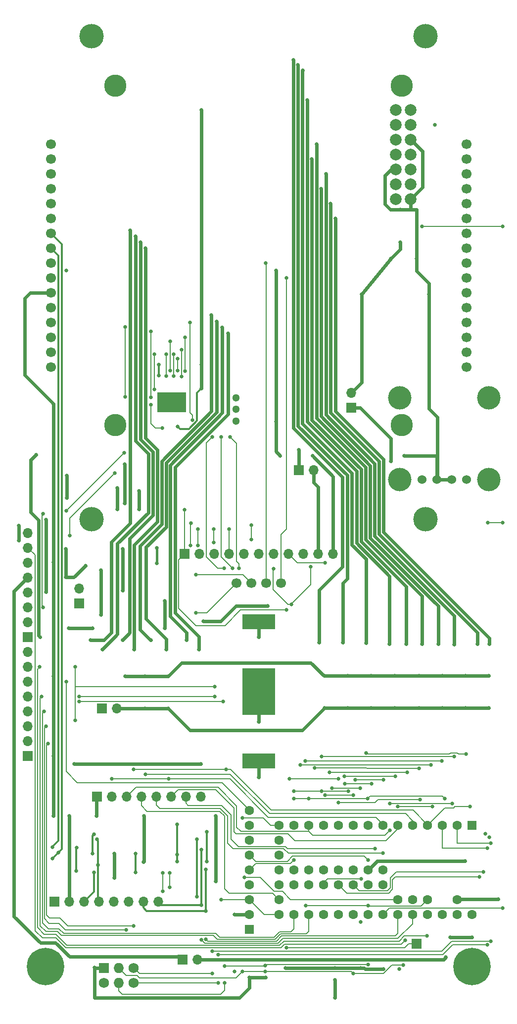
<source format=gbr>
G04 #@! TF.GenerationSoftware,KiCad,Pcbnew,(5.1.2-1)-1*
G04 #@! TF.CreationDate,2020-11-19T22:06:58-06:00*
G04 #@! TF.ProjectId,Core64 LB v0.4,436f7265-3634-4204-9c42-2076302e342e,0.3*
G04 #@! TF.SameCoordinates,Original*
G04 #@! TF.FileFunction,Copper,L2,Bot*
G04 #@! TF.FilePolarity,Positive*
%FSLAX46Y46*%
G04 Gerber Fmt 4.6, Leading zero omitted, Abs format (unit mm)*
G04 Created by KiCad (PCBNEW (5.1.2-1)-1) date 2020-11-19 22:06:58*
%MOMM*%
%LPD*%
G04 APERTURE LIST*
%ADD10C,1.727200*%
%ADD11R,1.727200X1.727200*%
%ADD12O,1.727200X1.727200*%
%ADD13O,1.700000X1.700000*%
%ADD14R,1.700000X1.700000*%
%ADD15C,4.175000*%
%ADD16C,1.600000*%
%ADD17R,1.600000X1.600000*%
%ADD18C,4.000000*%
%ADD19C,1.524000*%
%ADD20C,1.300000*%
%ADD21C,3.800000*%
%ADD22C,2.000000*%
%ADD23C,1.700000*%
%ADD24C,0.800000*%
%ADD25C,6.400000*%
%ADD26R,5.560000X2.600000*%
%ADD27R,5.560000X8.000000*%
%ADD28C,0.380000*%
%ADD29R,5.000000X3.400000*%
%ADD30C,0.650000*%
%ADD31C,0.635000*%
%ADD32C,0.600000*%
%ADD33C,0.200000*%
%ADD34C,0.300000*%
%ADD35C,0.400000*%
G04 APERTURE END LIST*
D10*
X-26480000Y-124290000D03*
D11*
X-26480000Y-121750000D03*
D12*
X-23940000Y-124290000D03*
X-23940000Y-121750000D03*
D10*
X-21400000Y-124290000D03*
X-21400000Y-121750000D03*
D13*
X-39500000Y-67720000D03*
X-39500000Y-70260000D03*
X-39500000Y-72800000D03*
X-39500000Y-75340000D03*
X-39500000Y-77880000D03*
X-39500000Y-80420000D03*
X-39500000Y-82960000D03*
D14*
X-39500000Y-85500000D03*
D13*
X-39500000Y-47400000D03*
X-39500000Y-49940000D03*
X-39500000Y-52480000D03*
X-39500000Y-55020000D03*
X-39500000Y-57560000D03*
X-39500000Y-60100000D03*
X-39500000Y-62640000D03*
D14*
X-39500000Y-65180000D03*
D15*
X28575000Y-45085000D03*
X-28575000Y-45085000D03*
X28575000Y37465000D03*
X-28575000Y37465000D03*
D16*
X-1590000Y-94840000D03*
X-1590000Y-97380000D03*
X-1590000Y-99920000D03*
X-1590000Y-102460000D03*
X-1590000Y-105000000D03*
X-1590000Y-107540000D03*
X-1590000Y-110080000D03*
X-1590000Y-112620000D03*
D17*
X-1590000Y-115160000D03*
D16*
X3490000Y-105000000D03*
X3490000Y-107540000D03*
X3490000Y-110080000D03*
X3490000Y-112620000D03*
X3490000Y-102460000D03*
X3490000Y-99920000D03*
X3490000Y-97380000D03*
X6030000Y-112620000D03*
X8570000Y-112620000D03*
X11110000Y-112620000D03*
X13650000Y-112620000D03*
X16190000Y-112620000D03*
X18730000Y-112620000D03*
X21270000Y-112620000D03*
X23810000Y-112620000D03*
X26350000Y-112620000D03*
X28890000Y-112620000D03*
X31430000Y-112620000D03*
X33970000Y-112620000D03*
X36510000Y-112620000D03*
X33970000Y-110080000D03*
X28890000Y-110080000D03*
X26350000Y-110080000D03*
X23810000Y-110080000D03*
X6030000Y-97380000D03*
X8570000Y-97380000D03*
X11110000Y-97380000D03*
X13650000Y-97380000D03*
X16190000Y-97380000D03*
X18730000Y-97380000D03*
X21270000Y-97380000D03*
X23810000Y-97380000D03*
X26350000Y-97380000D03*
X28890000Y-97380000D03*
X31430000Y-97380000D03*
X33970000Y-97380000D03*
D17*
X36510000Y-97380000D03*
D16*
X21270000Y-105000000D03*
X18730000Y-105000000D03*
X16190000Y-105000000D03*
X13650000Y-105000000D03*
X11110000Y-105000000D03*
X8570000Y-105000000D03*
X6030000Y-105000000D03*
X6030000Y-107540000D03*
X8570000Y-107540000D03*
X11110000Y-107540000D03*
X13650000Y-107540000D03*
X16190000Y-107540000D03*
X18730000Y-107540000D03*
X21270000Y-107540000D03*
D18*
X24180000Y-24315000D03*
X39420000Y-24315000D03*
X24180000Y-38285000D03*
X39420000Y-38285000D03*
D19*
X35610000Y-38285000D03*
X33070000Y-38285000D03*
X27990000Y-38285000D03*
X30530000Y-38285000D03*
D20*
X-3900000Y-24300000D03*
X-3900000Y-26300000D03*
X-3900000Y-28300000D03*
D21*
X24500000Y-29000000D03*
X-24500000Y-29000000D03*
X-24500000Y29000000D03*
X24500000Y29000000D03*
D22*
X26050800Y9654000D03*
X23510800Y9654000D03*
X26050800Y12194000D03*
X26050800Y14734000D03*
X26050800Y17274000D03*
X26050800Y19814000D03*
X26050800Y22354000D03*
X26050800Y24894000D03*
X23510800Y12194000D03*
X23510800Y14734000D03*
X23510800Y17274000D03*
X23510800Y19814000D03*
X23510800Y22354000D03*
X23510800Y24894000D03*
D23*
X-35560000Y-19050000D03*
X-35560000Y-16510000D03*
X-35560000Y-13970000D03*
X-35560000Y-11430000D03*
X-35560000Y-8890000D03*
X-35560000Y-6350000D03*
X-35560000Y-3810000D03*
X-35560000Y-1270000D03*
X-35560000Y1270000D03*
X-35560000Y3810000D03*
X-35560000Y6350000D03*
X-35560000Y8890000D03*
X-35560000Y11430000D03*
X-35560000Y13970000D03*
X-35560000Y16510000D03*
X-35560000Y19050000D03*
X35560000Y-19050000D03*
X35560000Y-16510000D03*
X35560000Y-13970000D03*
X35560000Y-11430000D03*
X35560000Y-8890000D03*
X35560000Y-6350000D03*
X35560000Y-3810000D03*
X35560000Y-1270000D03*
X35560000Y1270000D03*
X35560000Y3810000D03*
X35560000Y6350000D03*
X35560000Y8890000D03*
X35560000Y11430000D03*
X35560000Y13970000D03*
X35560000Y16510000D03*
X35560000Y19050000D03*
D14*
X26990000Y-117590000D03*
D13*
X-30750000Y-56910000D03*
D14*
X-30750000Y-59450000D03*
D13*
X9390000Y-36700000D03*
D14*
X6850000Y-36700000D03*
D13*
X15850000Y-23450000D03*
D14*
X15850000Y-25990000D03*
D13*
X-24260000Y-77400000D03*
D14*
X-26800000Y-77400000D03*
D13*
X-10510000Y-120350000D03*
D14*
X-13050000Y-120350000D03*
D13*
X-9900000Y-92490000D03*
X-12440000Y-92490000D03*
X-14980000Y-92490000D03*
X-17520000Y-92490000D03*
X-20060000Y-92490000D03*
X-22600000Y-92490000D03*
X-25140000Y-92490000D03*
D14*
X-27680000Y-92490000D03*
D13*
X12700000Y-51000000D03*
X10160000Y-51000000D03*
X7620000Y-51000000D03*
X5080000Y-51000000D03*
X2540000Y-51000000D03*
X0Y-51000000D03*
X-2540000Y-51000000D03*
X-5080000Y-51000000D03*
X-7620000Y-51000000D03*
X-10160000Y-51000000D03*
D14*
X-12700000Y-51000000D03*
D24*
X38197056Y-119802944D03*
X36500000Y-119100000D03*
X34802944Y-119802944D03*
X34100000Y-121500000D03*
X34802944Y-123197056D03*
X36500000Y-123900000D03*
X38197056Y-123197056D03*
X38900000Y-121500000D03*
D25*
X36500000Y-121500000D03*
D24*
X-34802944Y-119802944D03*
X-36500000Y-119100000D03*
X-38197056Y-119802944D03*
X-38900000Y-121500000D03*
X-38197056Y-123197056D03*
X-36500000Y-123900000D03*
X-34802944Y-123197056D03*
X-34100000Y-121500000D03*
D25*
X-36500000Y-121500000D03*
D26*
X0Y-62595000D03*
X0Y-86405000D03*
D27*
X0Y-74500000D03*
D28*
X-13350000Y-25850000D03*
X-14850000Y-25850000D03*
X-16350000Y-25850000D03*
X-13350000Y-24350000D03*
X-14850000Y-24350000D03*
X-16350000Y-24350000D03*
D29*
X-14850000Y-25100000D03*
D23*
X-3810000Y-56000000D03*
X-1270000Y-56000000D03*
X1270000Y-56000000D03*
X3810000Y-56000000D03*
D13*
X-17205000Y-110450000D03*
X-19745000Y-110450000D03*
X-22285000Y-110450000D03*
X-24825000Y-110450000D03*
X-27365000Y-110450000D03*
X-29905000Y-110450000D03*
X-32445000Y-110450000D03*
D14*
X-34985000Y-110450000D03*
D30*
X13050000Y-121800000D03*
X-24672500Y-106337500D03*
X-24685000Y-102250000D03*
X35350000Y-103500000D03*
X0Y-79700000D03*
X-9900000Y-86900000D03*
X-31550000Y-86900000D03*
X-24200000Y-39750000D03*
X-24200000Y-43400000D03*
X-26950000Y-53800000D03*
X-26950000Y-61400000D03*
X3700000Y-34200000D03*
X9250000Y-34250000D03*
X27000000Y-500000D03*
X24246800Y7850000D03*
X29150000Y-6650000D03*
X24950000Y-34250000D03*
X-4150000Y-112615000D03*
X1550000Y-59900000D03*
X13050000Y-123800000D03*
X13050000Y-126850000D03*
X4600000Y-121800000D03*
X17450000Y-121800000D03*
X17450000Y-113900000D03*
X21350000Y-121950000D03*
X24100000Y-121950000D03*
X2950000Y-28350000D03*
X2950000Y-2550000D03*
X-32900000Y-2550000D03*
X-4150000Y-122350000D03*
X-9500000Y-62500000D03*
X-10200000Y-67350000D03*
X-5250000Y-13300000D03*
X-18435000Y-65735000D03*
X-8100000Y-10200000D03*
X-12300000Y-65700000D03*
X-6200000Y-12300000D03*
X-15800000Y-67350000D03*
X-7150000Y-11300000D03*
X-28785000Y-65715000D03*
X-21950000Y4250000D03*
X-26750000Y-67350000D03*
X-21100000Y3250000D03*
X-23285000Y-65685000D03*
X-20250000Y2300000D03*
X-21285000Y-67350000D03*
X-19330000Y1270000D03*
X1150000Y-122400000D03*
X-2750000Y-122400000D03*
X4750000Y-3800000D03*
X16200000Y-122750000D03*
X24745000Y-121295000D03*
X1250000Y-1270000D03*
X18730000Y-121180000D03*
X1140691Y-121390691D03*
X-5800000Y-121400000D03*
X-5800000Y-124300000D03*
X-15435000Y-77400000D03*
X-19435000Y-77400000D03*
X19265000Y-77350000D03*
X15265000Y-77350000D03*
X23265000Y-77350000D03*
X11265000Y-77350000D03*
X27415000Y-77350000D03*
X35415000Y-77350000D03*
X31415000Y-77350000D03*
X39415000Y-77350000D03*
X23810000Y-94210000D03*
X29740000Y-94210000D03*
X18680000Y-92830000D03*
X8600000Y-92800000D03*
X18750000Y-103350000D03*
X6050000Y-92800000D03*
X31880000Y-92830000D03*
X5600000Y-59600000D03*
X2550000Y-53500000D03*
X8900000Y-53200000D03*
X11350000Y-92200000D03*
X16220000Y-92210000D03*
X13650000Y-89400000D03*
X13650000Y-93500000D03*
X27600000Y-93000000D03*
X5300000Y-89400000D03*
X-7660000Y-46740000D03*
X-7650000Y-49050000D03*
X10765000Y-91555000D03*
X15350000Y-91590000D03*
X6045000Y-91555000D03*
X-1250000Y-48550000D03*
X-1250000Y-46100000D03*
X17365000Y-91005000D03*
X12555000Y-91005000D03*
X14790000Y-90250000D03*
X19365000Y-90265000D03*
X21365000Y-89585000D03*
X16535000Y-89585000D03*
X23365000Y-89015000D03*
X14700000Y-89015000D03*
X39465000Y-66365000D03*
X13150000Y6350000D03*
X37465000Y-66415000D03*
X12300000Y8900000D03*
X30715000Y-66365000D03*
X10700000Y11400000D03*
X33450000Y-66450000D03*
X11520000Y13970000D03*
X25215000Y-66365000D03*
X9100000Y16500000D03*
X27965000Y-66385000D03*
X9900000Y19050000D03*
X-28185000Y-105450000D03*
D31*
X-35260000Y-103025000D03*
X-34285000Y-102050000D03*
D30*
X-21085000Y-105450000D03*
X-21085000Y-102250000D03*
X-31185000Y-105212500D03*
X-31147500Y-101212500D03*
X-35285000Y-101150000D03*
D31*
X-27485000Y-104150000D03*
X-27685000Y-99785000D03*
D30*
X38770000Y-98860000D03*
X37780000Y-106190000D03*
X39465000Y-99435000D03*
X38500000Y-105350000D03*
X33465000Y-85625000D03*
X10800000Y-85600000D03*
X10800000Y-85600000D03*
X35470000Y-85200000D03*
X18400000Y-85050000D03*
X17550000Y-106550000D03*
X25465000Y-88375000D03*
X12125000Y-88375000D03*
X27465000Y-87615000D03*
X9600000Y-87600000D03*
X29490000Y-87030000D03*
X7097576Y-87047576D03*
X31350000Y-86380000D03*
X8000000Y-86400000D03*
X-9800000Y-101500000D03*
X-9800000Y-111000000D03*
X-9800000Y-116950000D03*
X-38100000Y-34050000D03*
X-37400000Y-65200000D03*
X-9000000Y-112000000D03*
X-9000000Y-104900000D03*
X-9000000Y-116900000D03*
X-15200000Y-105550000D03*
X-15200000Y-107950000D03*
X-16400000Y-105550000D03*
X-16400000Y-105550000D03*
X-16400000Y-105550000D03*
X-16400000Y-108650000D03*
X18750000Y-111150000D03*
X8050000Y-111150000D03*
X-5090000Y-46740000D03*
X-37150000Y-75350000D03*
X-30750000Y-75350000D03*
X-7500000Y-75350000D03*
X4800000Y-118300000D03*
X-32850000Y-37650000D03*
X-32850000Y-41450000D03*
X-10720000Y-54570000D03*
X-10740000Y-61040000D03*
X-36400000Y-57550000D03*
X-36400000Y-45150000D03*
X-22950000Y-42350000D03*
X-22950000Y-35700000D03*
X-28385000Y-102250000D03*
X-28147500Y-98887500D03*
X-10520000Y-99780000D03*
X-10520000Y-109620000D03*
X-8890000Y-103590000D03*
X-8890000Y-98510000D03*
X-13960000Y-97240000D03*
X-13960000Y-103540000D03*
X-13960000Y-102360000D03*
X36500000Y-116500000D03*
X32060000Y-119940000D03*
X32800000Y-116550000D03*
X-33000000Y-55000000D03*
X-33000000Y-50150000D03*
X-20500000Y-43400000D03*
X-20500000Y-40250000D03*
X-29600000Y-53000000D03*
X24200000Y2250000D03*
X22650000Y-500000D03*
X17600000Y-6650000D03*
X30200000Y22350000D03*
X6850000Y-33200000D03*
X22600000Y-35200000D03*
X41010000Y-110000000D03*
X-41000000Y-48750000D03*
X-41000000Y-48750000D03*
X-41000000Y-46150000D03*
X-15485000Y-71900000D03*
X-19485000Y-71900000D03*
X19265000Y-71850000D03*
X15265000Y-71850000D03*
X23265000Y-71850000D03*
X11265000Y-71850000D03*
X27415000Y-71850000D03*
X31415000Y-71850000D03*
X35415000Y-71850000D03*
X39415000Y-71850000D03*
X-19697500Y-103662500D03*
X-19600000Y-95800000D03*
X-7310000Y-95800000D03*
X-7310000Y-106990000D03*
X-1600000Y-123400000D03*
X-28125000Y-121725000D03*
X1200000Y-123400000D03*
X-32445000Y-95805000D03*
X-27750000Y-95800000D03*
X-35100000Y-95800000D03*
X-35100000Y-85500000D03*
X-35100000Y-71900000D03*
X-22850000Y-71900000D03*
X-35100000Y-52450000D03*
X-32500000Y-63700000D03*
X-28450000Y-63700000D03*
X-35100000Y-25400000D03*
X-13875000Y-29225000D03*
X-17100000Y-18650000D03*
X-9800000Y-18650000D03*
X-9800000Y-22750000D03*
X-17100000Y-20550000D03*
X-9800000Y24900000D03*
X-16100000Y-63700000D03*
X-16090000Y-59080000D03*
X-23300000Y-50150000D03*
X-23300000Y-57300000D03*
X-17400000Y-52600000D03*
X-17400000Y-50000000D03*
X0Y-89200000D03*
X0Y-65250000D03*
X-13900000Y-19700000D03*
X-13900000Y-17600000D03*
X-13200000Y-20650000D03*
X-13200000Y-16100000D03*
X-12550000Y-19750000D03*
X-12550000Y-13970000D03*
X-11750000Y-11450000D03*
X-11350000Y-28100000D03*
X-14550000Y-20600000D03*
X-14550000Y-16850000D03*
X-15150000Y-14650000D03*
X-15150000Y-19700000D03*
X-18450000Y-24200000D03*
X-18450000Y-12950000D03*
X-22800000Y-24150000D03*
X-22800000Y-12250000D03*
X10380000Y-66130000D03*
X5950000Y33450000D03*
X14400000Y-66130000D03*
X6750000Y32600000D03*
X18365000Y-66265000D03*
X7550000Y31600000D03*
X22365000Y-66365000D03*
X8300000Y26550000D03*
X-36700000Y-77900000D03*
X-36700000Y-77900000D03*
X-30750000Y-76250000D03*
X-30750000Y-76250000D03*
X-4850000Y-31000000D03*
X-3350000Y-53450000D03*
X-6050000Y-76250000D03*
X39140000Y-101310000D03*
X39140000Y-117800000D03*
X-36350000Y-80450000D03*
X-4475000Y-53425000D03*
X-16450000Y-29450000D03*
X-18400000Y-25500000D03*
X-6400000Y-31050000D03*
X-6900000Y-119500000D03*
X-6900000Y-124300000D03*
X-22650000Y-115250000D03*
X39730000Y-117200000D03*
X39720000Y-100470000D03*
X-21400000Y-114550000D03*
X-36050000Y-83450000D03*
X-5900000Y-53450000D03*
X-7950000Y-31000000D03*
X-7900000Y-122750000D03*
X-7900000Y-118900000D03*
X-2800000Y-96120000D03*
X-10350000Y-46750000D03*
X-10350000Y-49550000D03*
X6050000Y-103300000D03*
X6050000Y-103300000D03*
X4800000Y-60600000D03*
X4800000Y-60600000D03*
X-12700000Y-43450000D03*
X-11600000Y-45750000D03*
X-6400000Y-110080000D03*
X-11625000Y-49575000D03*
X-2450000Y-106250000D03*
X-32950000Y-72800000D03*
X11400000Y-52550000D03*
X-21400000Y-87850000D03*
X36200000Y-94210000D03*
X-5550000Y-87850000D03*
X28850000Y-116300000D03*
X-37450000Y-70300000D03*
X-31400000Y-70300000D03*
X-31400000Y-79450000D03*
X-7500000Y-73700000D03*
X28000000Y4950000D03*
X39200000Y-45700000D03*
X41800000Y-45700000D03*
X41790000Y4950000D03*
X41790000Y-111540000D03*
X-15825000Y-20575000D03*
X-17850000Y-22900000D03*
X-17850000Y-16850000D03*
X-15800000Y-16850000D03*
X25100649Y-116999351D03*
X-32350000Y-47900000D03*
X-24650000Y-37200000D03*
X21270000Y-102170000D03*
X22450000Y-98250000D03*
X22450000Y-93650000D03*
X33100000Y-93650000D03*
X-15400000Y-89450000D03*
X-25100000Y-89450000D03*
X19950000Y-101350000D03*
X-36850000Y-60100000D03*
X-36850000Y-44150000D03*
X-23000000Y-33700000D03*
X-32950000Y-43650000D03*
X-19400000Y-88650000D03*
D32*
X-24672500Y-103762500D02*
X-24672500Y-106337500D01*
X-24678443Y-103756557D02*
X-24672500Y-103762500D01*
X-24678443Y-102256557D02*
X-24678443Y-103756557D01*
X-24685000Y-102250000D02*
X-24678443Y-102256557D01*
X3490000Y-105000000D02*
X3750000Y-105000000D01*
X18730000Y-105000000D02*
X18800000Y-105000000D01*
X18800000Y-105000000D02*
X20300000Y-103500000D01*
X20300000Y-103500000D02*
X35350000Y-103500000D01*
X0Y-74500000D02*
X0Y-79700000D01*
X-9900000Y-86900000D02*
X-31550000Y-86900000D01*
X30530000Y-38285000D02*
X33070000Y-38285000D01*
X-24200000Y-39750000D02*
X-24200000Y-43400000D01*
X-26950000Y-53800000D02*
X-26950000Y-61400000D01*
X12700000Y-37800000D02*
X12700000Y-51000000D01*
X9250000Y-34250000D02*
X12700000Y-37800000D01*
X33070000Y-38285000D02*
X33150000Y-38205000D01*
X26086800Y19850000D02*
X26050800Y19814000D01*
X26050800Y19814000D02*
X26050800Y19799200D01*
X26050800Y19799200D02*
X28050000Y17800000D01*
X28050000Y11653200D02*
X26050800Y9654000D01*
X28050000Y17800000D02*
X28050000Y11653200D01*
X23510800Y14734000D02*
X22684000Y14734000D01*
X22684000Y14734000D02*
X21600000Y13650000D01*
X21600000Y13650000D02*
X21600000Y8800000D01*
X21600000Y8800000D02*
X22550000Y7850000D01*
X22550000Y7850000D02*
X24246800Y7850000D01*
X27000000Y7850000D02*
X24246800Y7850000D01*
X27000000Y-500000D02*
X27000000Y7850000D01*
X26050800Y7850000D02*
X26050800Y9654000D01*
X24246800Y7850000D02*
X26050800Y7850000D01*
X27000000Y-2650000D02*
X27000000Y-500000D01*
X29150000Y-26200000D02*
X29150000Y-4800000D01*
X30550000Y-27600000D02*
X29150000Y-26200000D01*
X30550000Y-38265000D02*
X30550000Y-27600000D01*
X29150000Y-4800000D02*
X27000000Y-2650000D01*
X30530000Y-38285000D02*
X30550000Y-38265000D01*
X30530000Y-34320000D02*
X30530000Y-38285000D01*
X30460000Y-34250000D02*
X30530000Y-34320000D01*
X24950000Y-34250000D02*
X30460000Y-34250000D01*
X-1595000Y-112615000D02*
X-1590000Y-112620000D01*
X-4150000Y-112615000D02*
X-1595000Y-112615000D01*
X13050000Y-123800000D02*
X13050000Y-126850000D01*
X13050000Y-121800000D02*
X4600000Y-121800000D01*
X13050000Y-121800000D02*
X17450000Y-121800000D01*
X17450000Y-121800000D02*
X18050000Y-121800000D01*
X18050000Y-121800000D02*
X18200000Y-121950000D01*
X18200000Y-121950000D02*
X21350000Y-121950000D01*
X21350000Y-121950000D02*
X21350000Y-121950000D01*
X2950000Y-28350000D02*
X2950000Y-2550000D01*
X2950000Y-33450000D02*
X2950000Y-28350000D01*
X3700000Y-34200000D02*
X2950000Y-33450000D01*
X-6500000Y-62500000D02*
X-9500000Y-62500000D01*
X-3900000Y-59900000D02*
X-6500000Y-62500000D01*
X1550000Y-59900000D02*
X-3900000Y-59900000D01*
X-10200000Y-65150000D02*
X-10200000Y-67350000D01*
X-5250000Y-27100000D02*
X-14300000Y-36150000D01*
X-14300000Y-61050000D02*
X-10200000Y-65150000D01*
X-14300000Y-36150000D02*
X-14300000Y-61050000D01*
X-5250000Y-13300000D02*
X-5250000Y-27100000D01*
X-16600000Y-45950000D02*
X-20300000Y-49650000D01*
X-16600000Y-35150000D02*
X-16600000Y-45950000D01*
X-8100000Y-26650000D02*
X-16600000Y-35150000D01*
X-8100000Y-10200000D02*
X-8100000Y-26650000D01*
X-18515000Y-65735000D02*
X-18435000Y-65735000D01*
X-20300000Y-63950000D02*
X-18515000Y-65735000D01*
X-20300000Y-49650000D02*
X-20300000Y-63950000D01*
X-6200000Y-26900000D02*
X-6200000Y-12300000D01*
X-15100000Y-35800000D02*
X-6200000Y-26900000D01*
X-12300000Y-64450000D02*
X-15100000Y-61650000D01*
X-15100000Y-61650000D02*
X-15100000Y-35800000D01*
X-12300000Y-65700000D02*
X-12300000Y-64450000D01*
X-7150000Y-26750000D02*
X-15850000Y-35450000D01*
X-15850000Y-35450000D02*
X-15850000Y-46400000D01*
X-7150000Y-11300000D02*
X-7150000Y-26750000D01*
X-15800000Y-65550000D02*
X-15800000Y-67350000D01*
X-19300000Y-62050000D02*
X-15800000Y-65550000D01*
X-19300000Y-49850000D02*
X-19300000Y-62050000D01*
X-15850000Y-46400000D02*
X-19300000Y-49850000D01*
X-21950000Y-31900000D02*
X-21950000Y4250000D01*
X-25200000Y-49000000D02*
X-21950000Y-45750000D01*
X-26465000Y-65715000D02*
X-25200000Y-64450000D01*
X-25200000Y-64450000D02*
X-25200000Y-49000000D01*
X-21950000Y-45750000D02*
X-21950000Y-31900000D01*
X-28785000Y-65715000D02*
X-26465000Y-65715000D01*
X-21100000Y-31650000D02*
X-21100000Y3250000D01*
X-18850000Y-33900000D02*
X-21100000Y-31650000D01*
X-18850000Y-43950000D02*
X-18850000Y-33900000D01*
X-24150000Y-49250000D02*
X-18850000Y-43950000D01*
X-24150000Y-64750000D02*
X-24150000Y-49250000D01*
X-26750000Y-67350000D02*
X-24150000Y-64750000D01*
X-22050000Y-64450000D02*
X-23285000Y-65685000D01*
X-18100000Y-44400000D02*
X-22050000Y-48350000D01*
X-22050000Y-48350000D02*
X-22050000Y-64450000D01*
X-18100000Y-33550000D02*
X-18100000Y-44400000D01*
X-20250000Y-31400000D02*
X-18100000Y-33550000D01*
X-20250000Y2300000D02*
X-20250000Y-31400000D01*
X-21285000Y-49435000D02*
X-21285000Y-67350000D01*
X-17350000Y-45500000D02*
X-21285000Y-49435000D01*
X-17350000Y-33200000D02*
X-17350000Y-45500000D01*
X-19350000Y-31200000D02*
X-17350000Y-33200000D01*
X-19330000Y1270000D02*
X-19350000Y-31200000D01*
D33*
X1150000Y-122400000D02*
X-2750000Y-122400000D01*
X-22640000Y-123050000D02*
X-23940000Y-121750000D01*
X-20800000Y-123050000D02*
X-22640000Y-123050000D01*
X-20350000Y-123500000D02*
X-20800000Y-123050000D01*
X-3850000Y-123500000D02*
X-20350000Y-123500000D01*
X-2750000Y-122400000D02*
X-3850000Y-123500000D01*
X4750000Y-46750000D02*
X4750000Y-3800000D01*
X3810000Y-47690000D02*
X4750000Y-46750000D01*
X3810000Y-56000000D02*
X3810000Y-47690000D01*
X15850000Y-122400000D02*
X16200000Y-122750000D01*
X1150000Y-122400000D02*
X15850000Y-122400000D01*
X21350000Y-122750000D02*
X16200000Y-122750000D01*
X22805000Y-121295000D02*
X21350000Y-122750000D01*
X24745000Y-121295000D02*
X22805000Y-121295000D01*
X18725000Y-112625000D02*
X18730000Y-112620000D01*
X1270000Y-1290000D02*
X1270000Y-56000000D01*
X1250000Y-1270000D02*
X1270000Y-1290000D01*
X1351382Y-121180000D02*
X18730000Y-121180000D01*
X1140691Y-121390691D02*
X1351382Y-121180000D01*
X1131382Y-121400000D02*
X1140691Y-121390691D01*
X-5800000Y-121400000D02*
X1131382Y-121400000D01*
X-23940000Y-125660000D02*
X-23940000Y-124290000D01*
X-23350000Y-126250000D02*
X-23940000Y-125660000D01*
X-5800000Y-125550000D02*
X-6500000Y-126250000D01*
X-6500000Y-126250000D02*
X-23350000Y-126250000D01*
X-5800000Y-124300000D02*
X-5800000Y-125550000D01*
D32*
X11265000Y-77350000D02*
X23265000Y-77350000D01*
X27415000Y-77350000D02*
X39415000Y-77350000D01*
X23265000Y-77350000D02*
X27415000Y-77350000D01*
X-22850000Y-77400000D02*
X-22850000Y-77400000D01*
X-11735000Y-81100000D02*
X-15435000Y-77400000D01*
X7515000Y-81100000D02*
X-11735000Y-81100000D01*
X11265000Y-77350000D02*
X7515000Y-81100000D01*
X-24260000Y-77400000D02*
X-15435000Y-77400000D01*
D33*
X-13790000Y-91300000D02*
X-14980000Y-92490000D01*
X-7350000Y-91300000D02*
X-13790000Y-91300000D01*
X-4250000Y-94400000D02*
X-7350000Y-91300000D01*
X-4250000Y-98500000D02*
X-4250000Y-94400000D01*
X-3900000Y-98850000D02*
X-4250000Y-98500000D01*
X5000000Y-98850000D02*
X-3900000Y-98850000D01*
X6200000Y-100050000D02*
X5000000Y-98850000D01*
X21750000Y-100050000D02*
X6200000Y-100050000D01*
X23810000Y-97990000D02*
X21750000Y-100050000D01*
X23810000Y-97380000D02*
X23810000Y-97990000D01*
X23810000Y-94210000D02*
X29740000Y-94210000D01*
X18190000Y-92830000D02*
X18680000Y-92830000D01*
X8600000Y-92800000D02*
X18190000Y-92830000D01*
X-500000Y-103550000D02*
X-1590000Y-102460000D01*
X4900000Y-103550000D02*
X-500000Y-103550000D01*
X18050000Y-102650000D02*
X5800000Y-102650000D01*
X5800000Y-102650000D02*
X4900000Y-103550000D01*
X18750000Y-103350000D02*
X18050000Y-102650000D01*
X5950000Y-92800000D02*
X6050000Y-92800000D01*
X8600000Y-92800000D02*
X6050000Y-92800000D01*
X31880000Y-92830000D02*
X31880000Y-92830000D01*
X31450000Y-92400000D02*
X31880000Y-92830000D01*
X19110000Y-92400000D02*
X31450000Y-92400000D01*
X18680000Y-92830000D02*
X19110000Y-92400000D01*
X5600000Y-59600000D02*
X5000000Y-59600000D01*
X5000000Y-59600000D02*
X2500000Y-57100000D01*
X2500000Y-53500000D02*
X2550000Y-53500000D01*
X2500000Y-57100000D02*
X2500000Y-53500000D01*
X8900000Y-56250000D02*
X5600000Y-59550000D01*
X8900000Y-53200000D02*
X8900000Y-56250000D01*
X5600000Y-59550000D02*
X5600000Y-59600000D01*
X16220000Y-92210000D02*
X11350000Y-92200000D01*
X19950000Y-93500000D02*
X13650000Y-93500000D01*
X20450000Y-93000000D02*
X19950000Y-93500000D01*
X27600000Y-93000000D02*
X20450000Y-93000000D01*
X13650000Y-89400000D02*
X5300000Y-89400000D01*
X-7650000Y-46750000D02*
X-7660000Y-46740000D01*
X-7650000Y-49050000D02*
X-7650000Y-46750000D01*
X15350000Y-91590000D02*
X10765000Y-91555000D01*
X10765000Y-91555000D02*
X6045000Y-91555000D01*
X-1250000Y-46100000D02*
X-1250000Y-48550000D01*
X17365000Y-91005000D02*
X12555000Y-91005000D01*
X19365000Y-90265000D02*
X14790000Y-90250000D01*
X21365000Y-89585000D02*
X16535000Y-89585000D01*
X23365000Y-89015000D02*
X14700000Y-89015000D01*
D32*
X39465000Y-65365000D02*
X39465000Y-66365000D01*
X21350000Y-47250000D02*
X39465000Y-65365000D01*
X13150000Y-26650000D02*
X21350000Y-34850000D01*
X21350000Y-34850000D02*
X21350000Y-47250000D01*
X13150000Y6350000D02*
X13150000Y-26650000D01*
X37465000Y-64465000D02*
X37465000Y-66415000D01*
X20600000Y-47600000D02*
X37465000Y-64465000D01*
X20600000Y-35200000D02*
X20600000Y-47600000D01*
X12300000Y-26900000D02*
X20600000Y-35200000D01*
X12300000Y8900000D02*
X12300000Y-26900000D01*
X30715000Y-59865000D02*
X30715000Y-66365000D01*
X19100000Y-48250000D02*
X30715000Y-59865000D01*
X10700000Y-27500000D02*
X19100000Y-35900000D01*
X10700000Y11400000D02*
X10700000Y-27500000D01*
X19100000Y-35900000D02*
X19100000Y-48250000D01*
X11500000Y-27200000D02*
X11500000Y5750000D01*
X19850000Y-35550000D02*
X11500000Y-27200000D01*
X19850000Y-47950000D02*
X19850000Y-35550000D01*
X33450000Y-61550000D02*
X19850000Y-47950000D01*
X33450000Y-66450000D02*
X33450000Y-61550000D01*
X11500000Y13950000D02*
X11500000Y5800000D01*
X11520000Y13970000D02*
X11500000Y13950000D01*
X25215000Y-56565000D02*
X25215000Y-66365000D01*
X17550000Y-48900000D02*
X25215000Y-56565000D01*
X17550000Y-36550000D02*
X17550000Y-48900000D01*
X9100000Y-28100000D02*
X17550000Y-36550000D01*
X9100000Y16500000D02*
X9100000Y-28100000D01*
X27965000Y-58215000D02*
X27965000Y-66385000D01*
X18300000Y-48550000D02*
X27965000Y-58215000D01*
X18300000Y-36200000D02*
X18300000Y-48550000D01*
X9900000Y-27800000D02*
X18300000Y-36200000D01*
X9900000Y19050000D02*
X9900000Y-27800000D01*
D34*
X-28185000Y-108730000D02*
X-29905000Y-110450000D01*
X-28185000Y-105450000D02*
X-28185000Y-108730000D01*
X-33705989Y1955989D02*
X-35560000Y3810000D01*
X-35260000Y-103025000D02*
X-33705989Y-101470989D01*
X-33705989Y-101470989D02*
X-33705989Y1955989D01*
X-21085000Y-105450000D02*
X-21085000Y-102250000D01*
X-31185000Y-101250000D02*
X-31185000Y-105212500D01*
X-31147500Y-101212500D02*
X-31185000Y-101250000D01*
X-34282999Y-7001D02*
X-35560000Y1270000D01*
X-34282999Y-99997999D02*
X-34282999Y-7001D01*
X-35285000Y-101000000D02*
X-34282999Y-99997999D01*
X-35285000Y-101150000D02*
X-35285000Y-101000000D01*
X-27485000Y-104150000D02*
X-27485000Y-104163167D01*
X-27485000Y-99985000D02*
X-27685000Y-99785000D01*
X-27485000Y-104150000D02*
X-27485000Y-99985000D01*
X-27500000Y-110315000D02*
X-27365000Y-110450000D01*
X-27500000Y-104165000D02*
X-27500000Y-110315000D01*
X-27485000Y-104150000D02*
X-27500000Y-104165000D01*
D33*
X38770000Y-99090000D02*
X38770000Y-98860000D01*
X15060000Y-108950000D02*
X13650000Y-107540000D01*
X22900000Y-108350000D02*
X22300000Y-108950000D01*
X37780000Y-106190000D02*
X23410000Y-106190000D01*
X22900000Y-106700000D02*
X22900000Y-108350000D01*
X22300000Y-108950000D02*
X15060000Y-108950000D01*
X23410000Y-106190000D02*
X22900000Y-106700000D01*
X39465000Y-99445000D02*
X39465000Y-99435000D01*
X35350000Y-105350000D02*
X38500000Y-105350000D01*
X23550000Y-105350000D02*
X35350000Y-105350000D01*
X22550000Y-106350000D02*
X23550000Y-105350000D01*
X22550000Y-108100000D02*
X22550000Y-106350000D01*
X22050000Y-108600000D02*
X22550000Y-108100000D01*
X17250000Y-108600000D02*
X22050000Y-108600000D01*
X16190000Y-107540000D02*
X17250000Y-108600000D01*
X33465000Y-85625000D02*
X10825000Y-85625000D01*
X10825000Y-85625000D02*
X10800000Y-85600000D01*
X35470000Y-85200000D02*
X34200000Y-85200000D01*
X34200000Y-85200000D02*
X34000000Y-85000000D01*
X34000000Y-85000000D02*
X32850000Y-85000000D01*
X32850000Y-85000000D02*
X32650000Y-85200000D01*
X18550000Y-85200000D02*
X18400000Y-85050000D01*
X32650000Y-85200000D02*
X18550000Y-85200000D01*
X11110000Y-107140000D02*
X11110000Y-107540000D01*
X11750000Y-106500000D02*
X11110000Y-107140000D01*
X17500000Y-106500000D02*
X11750000Y-106500000D01*
X17550000Y-106550000D02*
X17500000Y-106500000D01*
X25465000Y-88375000D02*
X12125000Y-88375000D01*
X27465000Y-87615000D02*
X9600000Y-87600000D01*
X29490000Y-87030000D02*
X7100000Y-87030000D01*
X6030000Y-107440000D02*
X6030000Y-107170000D01*
X8020000Y-86380000D02*
X8000000Y-86400000D01*
X31350000Y-86380000D02*
X8020000Y-86380000D01*
D34*
X-9800000Y-101500000D02*
X-9800000Y-111000000D01*
D33*
X-9200000Y-117550000D02*
X-9800000Y-116950000D01*
X3300000Y-117550000D02*
X-9200000Y-117550000D01*
X26350000Y-112620000D02*
X26350000Y-114200000D01*
X26350000Y-114200000D02*
X23850000Y-116700000D01*
X23850000Y-116700000D02*
X4150000Y-116700000D01*
X4150000Y-116700000D02*
X3300000Y-117550000D01*
X-9800000Y-116950000D02*
X-9800000Y-116950000D01*
D34*
X-16655000Y-111000000D02*
X-17205000Y-110450000D01*
X-9800000Y-111000000D02*
X-16655000Y-111000000D01*
D32*
X-37650000Y-45250000D02*
X-37650000Y-64950000D01*
X-39000000Y-43900000D02*
X-37650000Y-45250000D01*
X-39000000Y-34950000D02*
X-39000000Y-43900000D01*
X-37650000Y-64950000D02*
X-37400000Y-65200000D01*
X-38100000Y-34050000D02*
X-39000000Y-34950000D01*
D34*
X-19745000Y-110450000D02*
X-19745000Y-111455000D01*
X-19745000Y-111455000D02*
X-19200000Y-112000000D01*
X-19200000Y-112000000D02*
X-9000000Y-112000000D01*
X-9000000Y-112000000D02*
X-9000000Y-104900000D01*
D33*
X3950000Y-116300000D02*
X3050000Y-117200000D01*
X23400000Y-116300000D02*
X3950000Y-116300000D01*
X3050000Y-117200000D02*
X-8700000Y-117200000D01*
X23810000Y-115890000D02*
X23400000Y-116300000D01*
X-8700000Y-117200000D02*
X-9000000Y-116900000D01*
X23810000Y-112620000D02*
X23810000Y-115890000D01*
X-9000000Y-116900000D02*
X-9000000Y-116900000D01*
X-15200000Y-105550000D02*
X-15200000Y-107950000D01*
X-16400000Y-105550000D02*
X-16400000Y-108650000D01*
X27770000Y-111200000D02*
X28890000Y-110080000D01*
X18800000Y-111200000D02*
X27770000Y-111200000D01*
X18750000Y-111150000D02*
X18800000Y-111200000D01*
X18650000Y-111150000D02*
X18750000Y-111050000D01*
X8050000Y-111150000D02*
X18650000Y-111150000D01*
X18750000Y-111050000D02*
X18750000Y-111150000D01*
X-5090000Y-50990000D02*
X-5080000Y-51000000D01*
X-5090000Y-46740000D02*
X-5090000Y-50990000D01*
X-37150000Y-75350000D02*
X-37150000Y-75350000D01*
X-37375000Y-75575000D02*
X-37150000Y-75350000D01*
X-37375000Y-114575000D02*
X-37375000Y-75575000D01*
X-36400000Y-115550000D02*
X-37375000Y-114575000D01*
X-34450000Y-115550000D02*
X-36400000Y-115550000D01*
X-33800000Y-116200000D02*
X-34450000Y-115550000D01*
X-7750000Y-116200000D02*
X-33800000Y-116200000D01*
X-7100000Y-116850000D02*
X-7750000Y-116200000D01*
X2850000Y-116850000D02*
X-7100000Y-116850000D01*
X8570000Y-112620000D02*
X8570000Y-115530000D01*
X3750000Y-115950000D02*
X2850000Y-116850000D01*
X8150000Y-115950000D02*
X3750000Y-115950000D01*
X8570000Y-115530000D02*
X8150000Y-115950000D01*
X-30750000Y-75350000D02*
X-7500000Y-75350000D01*
X25710000Y-117590000D02*
X26990000Y-117590000D01*
X25000000Y-118300000D02*
X25710000Y-117590000D01*
X4800000Y-118300000D02*
X25000000Y-118300000D01*
D32*
X-32850000Y-37650000D02*
X-32850000Y-41450000D01*
D33*
X-2700000Y-54570000D02*
X-1270000Y-56000000D01*
X-10720000Y-54570000D02*
X-2700000Y-54570000D01*
X-8850000Y-61040000D02*
X-3810000Y-56000000D01*
X-10740000Y-61040000D02*
X-8850000Y-61040000D01*
D32*
X-36400000Y-57550000D02*
X-36400000Y-45150000D01*
X-22950000Y-42350000D02*
X-22950000Y-35700000D01*
D34*
X-28412500Y-102222500D02*
X-28385000Y-102250000D01*
X-28412500Y-99152500D02*
X-28412500Y-102222500D01*
X-28147500Y-98887500D02*
X-28412500Y-99152500D01*
X-10520000Y-99780000D02*
X-10520000Y-109620000D01*
X-8890000Y-103590000D02*
X-8890000Y-98510000D01*
X-13960000Y-97240000D02*
X-13960000Y-102360000D01*
X-13960000Y-102360000D02*
X-13960000Y-103540000D01*
D32*
X36500000Y-112530000D02*
X36510000Y-112520000D01*
X32850000Y-116500000D02*
X36500000Y-116500000D01*
X32800000Y-116550000D02*
X32850000Y-116500000D01*
X-10510000Y-120350000D02*
X-10650000Y-120350000D01*
X31647517Y-120352483D02*
X-10510000Y-120350000D01*
X32060000Y-119940000D02*
X31647517Y-120352483D01*
X-41850000Y-57370000D02*
X-39500000Y-55020000D01*
X-41850000Y-112950000D02*
X-41850000Y-57370000D01*
X-37350000Y-117450000D02*
X-41850000Y-112950000D01*
X-34750000Y-117450000D02*
X-37350000Y-117450000D01*
X-32350000Y-119850000D02*
X-34750000Y-117450000D01*
X-13550000Y-119850000D02*
X-32350000Y-119850000D01*
X-13050000Y-120350000D02*
X-13550000Y-119850000D01*
X-33000000Y-55000000D02*
X-33000000Y-50150000D01*
X-20500000Y-43400000D02*
X-20500000Y-40250000D01*
X-31600000Y-55000000D02*
X-29600000Y-53000000D01*
X-33000000Y-55000000D02*
X-31600000Y-55000000D01*
X24200000Y2250000D02*
X24200000Y1050000D01*
X24200000Y1050000D02*
X22650000Y-500000D01*
X22650000Y-500000D02*
X17600000Y-6650000D01*
X17600000Y-21700000D02*
X15850000Y-23450000D01*
X17600000Y-6650000D02*
X17600000Y-21700000D01*
X9400000Y-38770000D02*
X10200000Y-39570000D01*
X9400000Y-36710000D02*
X9400000Y-38770000D01*
X10200000Y-39570000D02*
X10200000Y-50960000D01*
X9390000Y-36700000D02*
X9400000Y-36710000D01*
X6850000Y-33200000D02*
X6850000Y-36700000D01*
X17340000Y-25990000D02*
X15850000Y-25990000D01*
X22600000Y-31250000D02*
X17340000Y-25990000D01*
X22600000Y-35200000D02*
X22600000Y-31250000D01*
X33970000Y-109900000D02*
X33960000Y-109890000D01*
X33970000Y-110080000D02*
X33970000Y-109900000D01*
X34050000Y-110000000D02*
X33970000Y-110080000D01*
X41010000Y-110000000D02*
X34050000Y-110000000D01*
X-41000000Y-48750000D02*
X-41000000Y-46150000D01*
X-41000000Y-46150000D02*
X-41000000Y-46150000D01*
X11265000Y-71850000D02*
X23265000Y-71850000D01*
X27415000Y-71850000D02*
X31415000Y-71850000D01*
X31415000Y-71850000D02*
X39415000Y-71850000D01*
X-19600000Y-103565000D02*
X-19697500Y-103662500D01*
X-19600000Y-95800000D02*
X-19600000Y-103565000D01*
X-7310000Y-95800000D02*
X-7310000Y-106990000D01*
X23265000Y-71850000D02*
X27415000Y-71850000D01*
X-22800000Y-71900000D02*
X-22850000Y-71900000D01*
X-22850000Y-71900000D02*
X-15485000Y-71900000D01*
X-28100000Y-121750000D02*
X-26480000Y-121750000D01*
X-1560000Y-115160000D02*
X-1590000Y-115160000D01*
X-28125000Y-121725000D02*
X-28100000Y-121750000D01*
X-1600000Y-123400000D02*
X1200000Y-123400000D01*
X-32445000Y-110450000D02*
X-32445000Y-95805000D01*
X-28100000Y-126850000D02*
X-28100000Y-121750000D01*
X-3270000Y-126850000D02*
X-28100000Y-126850000D01*
X-1600000Y-125180000D02*
X-3270000Y-126850000D01*
X-1600000Y-123400000D02*
X-1600000Y-125180000D01*
X-27750000Y-92560000D02*
X-27680000Y-92490000D01*
X-27750000Y-95800000D02*
X-27750000Y-92560000D01*
X11200000Y-71850000D02*
X11265000Y-71850000D01*
X8950000Y-69600000D02*
X11200000Y-71850000D01*
X-13185000Y-69600000D02*
X8950000Y-69600000D01*
X-15485000Y-71900000D02*
X-13185000Y-69600000D01*
X-35610000Y-6400000D02*
X-35560000Y-6350000D01*
X-39100000Y-6400000D02*
X-35610000Y-6400000D01*
X-40000000Y-7300000D02*
X-39100000Y-6400000D01*
X-40000000Y-20400000D02*
X-40000000Y-7300000D01*
X-35100000Y-25300000D02*
X-40000000Y-20400000D01*
X-35100000Y-95800000D02*
X-35100000Y-25400000D01*
X-32500000Y-63700000D02*
X-28450000Y-63700000D01*
X-35100000Y-25400000D02*
X-35100000Y-25300000D01*
D34*
X-13475000Y-29625000D02*
X-12175000Y-29625000D01*
X-13875000Y-29225000D02*
X-13475000Y-29625000D01*
D32*
X-9800000Y-18650000D02*
X-9800000Y-22750000D01*
D34*
X-10550000Y-23500000D02*
X-9800000Y-22750000D01*
X-10550000Y-28250000D02*
X-10550000Y-23500000D01*
X-11925000Y-29625000D02*
X-10550000Y-28250000D01*
X-12125000Y-29625000D02*
X-11925000Y-29625000D01*
X-17100000Y-20550000D02*
X-17100000Y-18650000D01*
D32*
X-9800000Y-18650000D02*
X-9800000Y24900000D01*
X-16100000Y-59090000D02*
X-16090000Y-59080000D01*
X-16100000Y-63700000D02*
X-16100000Y-59090000D01*
X-23300000Y-50150000D02*
X-23300000Y-57300000D01*
D35*
X-17400000Y-52600000D02*
X-17400000Y-50000000D01*
D32*
X0Y-89200000D02*
X0Y-86450000D01*
X0Y-65250000D02*
X0Y-62600000D01*
D33*
X-13900000Y-17600000D02*
X-13900000Y-19700000D01*
X-13200000Y-16100000D02*
X-13200000Y-20650000D01*
X-12550000Y-13970000D02*
X-12550000Y-19750000D01*
X-11750000Y-26900000D02*
X-11750000Y-11450000D01*
X-11350000Y-27300000D02*
X-11750000Y-26900000D01*
X-11350000Y-28100000D02*
X-11350000Y-27300000D01*
X-14550000Y-16850000D02*
X-14550000Y-20600000D01*
X-15150000Y-14650000D02*
X-15150000Y-19700000D01*
X-18450000Y-24200000D02*
X-18450000Y-12950000D01*
X-22800000Y-24150000D02*
X-22800000Y-12250000D01*
D32*
X14350000Y-37900000D02*
X5950000Y-29500000D01*
X5950000Y-29500000D02*
X5950000Y33450000D01*
X14350000Y-53200000D02*
X14350000Y-37900000D01*
X10380000Y-57170000D02*
X14350000Y-53200000D01*
X10380000Y-66130000D02*
X10380000Y-57170000D01*
X6750000Y-29150000D02*
X6750000Y32600000D01*
X15150000Y-37550000D02*
X6750000Y-29150000D01*
X14400000Y-55950000D02*
X15150000Y-55200000D01*
X15150000Y-55200000D02*
X15150000Y-37550000D01*
X14400000Y-66130000D02*
X14400000Y-55950000D01*
X18365000Y-51865000D02*
X18365000Y-66265000D01*
X15950000Y-49450000D02*
X18365000Y-51865000D01*
X15950000Y-37200000D02*
X15950000Y-49450000D01*
X7500000Y-28750000D02*
X15950000Y-37200000D01*
X7500000Y31550000D02*
X7500000Y-28750000D01*
X7550000Y31600000D02*
X7500000Y31550000D01*
X16750000Y-36850000D02*
X8300000Y-28400000D01*
X16750000Y-49150000D02*
X16750000Y-36850000D01*
X8300000Y-28400000D02*
X8300000Y26550000D01*
X22365000Y-54765000D02*
X16750000Y-49150000D01*
X22365000Y-66365000D02*
X22365000Y-54765000D01*
D33*
X-36700000Y-77900000D02*
X-36700000Y-77900000D01*
X-36700000Y-77900000D02*
X-36700000Y-77900000D01*
X-37000000Y-78200000D02*
X-36700000Y-77900000D01*
X-37000000Y-114050000D02*
X-37000000Y-78200000D01*
X-36000000Y-115050000D02*
X-37000000Y-114050000D01*
X-34150000Y-115050000D02*
X-36000000Y-115050000D01*
X-33350000Y-115850000D02*
X-34150000Y-115050000D01*
X-7350000Y-115850000D02*
X-33350000Y-115850000D01*
X-6700000Y-116500000D02*
X-7350000Y-115850000D01*
X2650000Y-116500000D02*
X-6700000Y-116500000D01*
X5500000Y-115600000D02*
X3550000Y-115600000D01*
X3550000Y-115600000D02*
X2650000Y-116500000D01*
X6030000Y-115070000D02*
X5500000Y-115600000D01*
X6030000Y-112620000D02*
X6030000Y-115070000D01*
X-3750000Y-52250000D02*
X-3750000Y-32100000D01*
X-3750000Y-32100000D02*
X-4850000Y-31000000D01*
X-3350000Y-53450000D02*
X-3350000Y-52650000D01*
X-3350000Y-52650000D02*
X-3750000Y-52250000D01*
X-8950000Y-76250000D02*
X-30750000Y-76250000D01*
X-6050000Y-76250000D02*
X-8950000Y-76250000D01*
X31430000Y-101310000D02*
X31430000Y-97280000D01*
X39140000Y-101310000D02*
X31430000Y-101310000D01*
X39140000Y-117800000D02*
X39140000Y-117570000D01*
X-36350000Y-80450000D02*
X-36400000Y-80450000D01*
X-18400000Y-28750000D02*
X-18400000Y-25500000D01*
X-17700000Y-29450000D02*
X-18400000Y-28750000D01*
X-16450000Y-29450000D02*
X-17700000Y-29450000D01*
X-5450000Y-52450000D02*
X-4475000Y-53425000D01*
X-6400000Y-51500000D02*
X-5450000Y-52450000D01*
X-6400000Y-31050000D02*
X-6400000Y-51500000D01*
X33200000Y-117800000D02*
X39140000Y-117800000D01*
X31500000Y-119500000D02*
X33200000Y-117800000D01*
X-6900000Y-119500000D02*
X31500000Y-119500000D01*
X-6910000Y-124290000D02*
X-11090000Y-124290000D01*
X-11090000Y-124290000D02*
X-21400000Y-124290000D01*
X-6900000Y-124300000D02*
X-6910000Y-124290000D01*
X-36650000Y-80650000D02*
X-36350000Y-80450000D01*
X-36650000Y-113350000D02*
X-36650000Y-80650000D01*
X-35850000Y-114150000D02*
X-36650000Y-113350000D01*
X-34200000Y-114150000D02*
X-35850000Y-114150000D01*
X-33100000Y-115250000D02*
X-34200000Y-114150000D01*
X-22650000Y-115250000D02*
X-33100000Y-115250000D01*
X34000000Y-100470000D02*
X34000000Y-97310000D01*
X39720000Y-100470000D02*
X34000000Y-100470000D01*
X-32700000Y-114550000D02*
X-21400000Y-114550000D01*
X-34000000Y-113250000D02*
X-32700000Y-114550000D01*
X-35800000Y-113250000D02*
X-34000000Y-113250000D01*
X-36300000Y-112750000D02*
X-35800000Y-113250000D01*
X-36300000Y-83700000D02*
X-36300000Y-112750000D01*
X-36050000Y-83450000D02*
X-36300000Y-83700000D01*
X-20400000Y-122750000D02*
X-21400000Y-121750000D01*
X-7900000Y-122750000D02*
X-20400000Y-122750000D01*
X33050000Y-117200000D02*
X39730000Y-117200000D01*
X-7900000Y-118900000D02*
X31350000Y-118900000D01*
X31350000Y-118900000D02*
X33050000Y-117200000D01*
X-7000000Y-53450000D02*
X-5900000Y-53450000D01*
X-8950000Y-32000000D02*
X-8950000Y-51500000D01*
X-8950000Y-51500000D02*
X-7000000Y-53450000D01*
X-7950000Y-31000000D02*
X-8950000Y-32000000D01*
X2030000Y-97380000D02*
X3490000Y-97380000D01*
X770000Y-96120000D02*
X2030000Y-97380000D01*
X-2800000Y-96120000D02*
X770000Y-96120000D01*
X-10350000Y-49550000D02*
X-10350000Y-46750000D01*
X5450000Y-103900000D02*
X6050000Y-103300000D01*
X-450000Y-103900000D02*
X5450000Y-103900000D01*
X-1550000Y-105000000D02*
X-450000Y-103900000D01*
X-1590000Y-105000000D02*
X-1550000Y-105000000D01*
X-12700000Y-51000000D02*
X-12700000Y-43450000D01*
X-13700000Y-52000000D02*
X-12700000Y-51000000D01*
X-13700000Y-60300000D02*
X-13700000Y-52000000D01*
X-10750000Y-63250000D02*
X-13700000Y-60300000D01*
X4800000Y-60600000D02*
X-3100000Y-60600000D01*
X-5750000Y-63250000D02*
X-10750000Y-63250000D01*
X-3100000Y-60600000D02*
X-5750000Y-63250000D01*
X950000Y-112620000D02*
X3490000Y-112620000D01*
X-1590000Y-110080000D02*
X950000Y-112620000D01*
X-1590000Y-110080000D02*
X-6400000Y-110080000D01*
X-11625000Y-45775000D02*
X-11600000Y-45750000D01*
X-11625000Y-49575000D02*
X-11625000Y-45775000D01*
X-20060000Y-94020000D02*
X-20060000Y-92490000D01*
X-19090000Y-94990000D02*
X-20060000Y-94020000D01*
X-6690000Y-94990000D02*
X-19090000Y-94990000D01*
X-5860000Y-95820000D02*
X-6690000Y-94990000D01*
X-5860000Y-108190000D02*
X-5860000Y-95820000D01*
X-5050000Y-109000000D02*
X-5860000Y-108190000D01*
X2360000Y-109000000D02*
X-5050000Y-109000000D01*
X3440000Y-110080000D02*
X2360000Y-109000000D01*
X3490000Y-110080000D02*
X3440000Y-110080000D01*
X-2450000Y-106250000D02*
X-2450000Y-106250000D01*
X4050000Y-108650000D02*
X2650000Y-108650000D01*
X2650000Y-108650000D02*
X250000Y-106250000D01*
X5480000Y-110080000D02*
X4050000Y-108650000D01*
X23810000Y-110080000D02*
X5480000Y-110080000D01*
X250000Y-106250000D02*
X-2450000Y-106250000D01*
X-1590000Y-94840000D02*
X-1590000Y-94760000D01*
X-1590000Y-94760000D02*
X-6250000Y-90100000D01*
X-6250000Y-90100000D02*
X-29050000Y-90100000D01*
X-29050000Y-90100000D02*
X-31050000Y-90100000D01*
X-31050000Y-90100000D02*
X-32950000Y-88200000D01*
X-32950000Y-88200000D02*
X-32950000Y-72800000D01*
X6630000Y-52550000D02*
X5080000Y-51000000D01*
X11400000Y-52550000D02*
X6630000Y-52550000D01*
D34*
X28880000Y-97380000D02*
X28890000Y-97380000D01*
D33*
X36200000Y-94210000D02*
X36190000Y-94210000D01*
X28920000Y-97380000D02*
X28890000Y-97380000D01*
X31900000Y-94400000D02*
X28920000Y-97380000D01*
X33350000Y-94400000D02*
X31900000Y-94400000D01*
X33550000Y-94200000D02*
X33350000Y-94400000D01*
X33990000Y-94200000D02*
X33550000Y-94200000D01*
X36200000Y-94210000D02*
X33990000Y-94200000D01*
X28890000Y-97290000D02*
X28890000Y-97380000D01*
X26400000Y-94800000D02*
X28890000Y-97290000D01*
X-4800000Y-87850000D02*
X2150000Y-94800000D01*
X-5550000Y-87850000D02*
X-4800000Y-87850000D01*
X2150000Y-94800000D02*
X26400000Y-94800000D01*
X-5550000Y-87850000D02*
X-21400000Y-87850000D01*
X-37850000Y-114850000D02*
X-37850000Y-70700000D01*
X-32800000Y-117900000D02*
X-34700000Y-116000000D01*
X24050000Y-117200000D02*
X4300000Y-117200000D01*
X3600000Y-117900000D02*
X-32800000Y-117900000D01*
X-36700000Y-116000000D02*
X-37850000Y-114850000D01*
X4300000Y-117200000D02*
X3600000Y-117900000D01*
X-34700000Y-116000000D02*
X-36700000Y-116000000D01*
X24950000Y-116300000D02*
X24050000Y-117200000D01*
X-37850000Y-70700000D02*
X-37450000Y-70300000D01*
X28850000Y-116300000D02*
X24950000Y-116300000D01*
X-31400000Y-79450000D02*
X-31400000Y-73700000D01*
X-31400000Y-73700000D02*
X-31400000Y-70300000D01*
X-31400000Y-73700000D02*
X-7500000Y-73700000D01*
X39200000Y-45700000D02*
X41800000Y-45700000D01*
X41790000Y4950000D02*
X28000000Y4950000D01*
X22350000Y-111540000D02*
X21270000Y-112620000D01*
X41790000Y-111540000D02*
X22350000Y-111540000D01*
X-17850000Y-16850000D02*
X-17850000Y-22900000D01*
X-15825000Y-17275000D02*
X-15825000Y-20575000D01*
X-15800000Y-16850000D02*
X-15825000Y-17275000D01*
X-38250000Y-51190000D02*
X-39500000Y-49940000D01*
X-38250000Y-115400000D02*
X-38250000Y-51190000D01*
X-33000000Y-118300000D02*
X-34650000Y-116650000D01*
X-34650000Y-116650000D02*
X-36950000Y-116650000D01*
X3850000Y-118300000D02*
X-33000000Y-118300000D01*
X4450000Y-117700000D02*
X3850000Y-118300000D01*
X24400000Y-117700000D02*
X4450000Y-117700000D01*
X-36950000Y-116650000D02*
X-38250000Y-115400000D01*
X25100649Y-116999351D02*
X24400000Y-117700000D01*
X-32350000Y-44900000D02*
X-32350000Y-47900000D01*
X-24650000Y-37200000D02*
X-32350000Y-44900000D01*
X-17520000Y-93880000D02*
X-17520000Y-92490000D01*
X-16900000Y-94500000D02*
X-17520000Y-93880000D01*
X-6550000Y-94500000D02*
X-16900000Y-94500000D01*
X-5300000Y-95750000D02*
X-6550000Y-94500000D01*
X4250000Y-101350000D02*
X-4400000Y-101350000D01*
X-4400000Y-101350000D02*
X-5300000Y-100450000D01*
X-5300000Y-100450000D02*
X-5300000Y-95750000D01*
X5070000Y-102170000D02*
X4250000Y-101350000D01*
X21270000Y-102170000D02*
X5070000Y-102170000D01*
X-20960000Y-90850000D02*
X-22600000Y-92490000D01*
X-6950000Y-90850000D02*
X-20960000Y-90850000D01*
X-3750000Y-94050000D02*
X-6950000Y-90850000D01*
X-3750000Y-97750000D02*
X-3750000Y-94050000D01*
X-3050000Y-98450000D02*
X-3750000Y-97750000D01*
X8450000Y-98450000D02*
X-3050000Y-98450000D01*
X8570000Y-98330000D02*
X8450000Y-98450000D01*
X8570000Y-97380000D02*
X8570000Y-98330000D01*
X8570000Y-97380000D02*
X8570000Y-98370000D01*
X8570000Y-98370000D02*
X9250000Y-99050000D01*
X9250000Y-99050000D02*
X21650000Y-99050000D01*
X21650000Y-99050000D02*
X22450000Y-98250000D01*
X22450000Y-93650000D02*
X33100000Y-93650000D01*
X1650000Y-96000000D02*
X20050000Y-96000000D01*
X21270000Y-97220000D02*
X21270000Y-97380000D01*
X-4900000Y-89450000D02*
X1650000Y-96000000D01*
X20050000Y-96000000D02*
X21270000Y-97220000D01*
X-15400000Y-89450000D02*
X-4900000Y-89450000D01*
X-15400000Y-89450000D02*
X-25100000Y-89450000D01*
X-12440000Y-93610000D02*
X-12440000Y-92490000D01*
X-12050000Y-94000000D02*
X-12440000Y-93610000D01*
X-6350000Y-94000000D02*
X-12050000Y-94000000D01*
X-4700000Y-95650000D02*
X-6350000Y-94000000D01*
X-4700000Y-99750000D02*
X-4700000Y-95650000D01*
X-3450000Y-101000000D02*
X-4700000Y-99750000D01*
X4950000Y-101350000D02*
X4600000Y-101000000D01*
X4600000Y-101000000D02*
X-3450000Y-101000000D01*
X19950000Y-101350000D02*
X4950000Y-101350000D01*
X-32950000Y-43650000D02*
X-23000000Y-33700000D01*
X-37050000Y-44350000D02*
X-36850000Y-44150000D01*
X-37050000Y-59900000D02*
X-37050000Y-44350000D01*
X-36850000Y-60100000D02*
X-37050000Y-59900000D01*
X26350000Y-97380000D02*
X26350000Y-96600000D01*
X26350000Y-96600000D02*
X25150000Y-95400000D01*
X25150000Y-95400000D02*
X1900000Y-95400000D01*
X1900000Y-95400000D02*
X-4850000Y-88650000D01*
X-4850000Y-88650000D02*
X-13800000Y-88650000D01*
X-13800000Y-88650000D02*
X-19400000Y-88650000D01*
M02*

</source>
